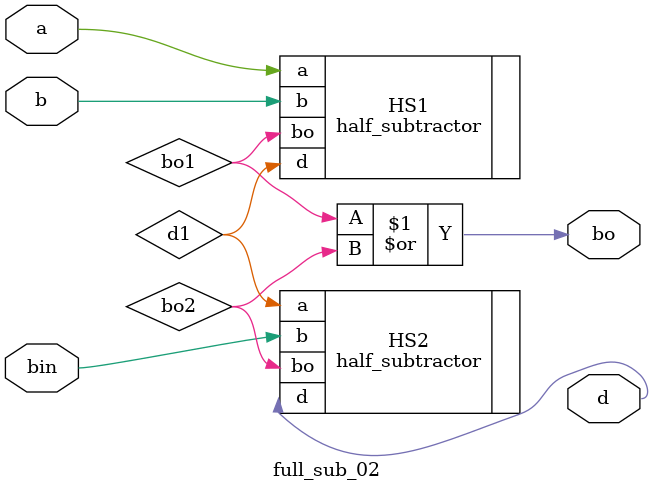
<source format=v>
`timescale 1ns / 1ps
module full_sub_02(a,b,bin,d,bo);
input a,b,bin;
output wire d,bo;
wire d,bo1,bo2;
// First Half Subtractor
 half_subtractor HS1 (
        .a(a),
        .b(b),
        .d(d1),
        .bo(bo1)
    );
// Second Half Subtractor
    half_subtractor HS2 (
        .a(d1),
        .b(bin),
        .d(d),
        .bo(bo2)
    );
// Final Borrow
    assign bo = bo1 | bo2;
endmodule


</source>
